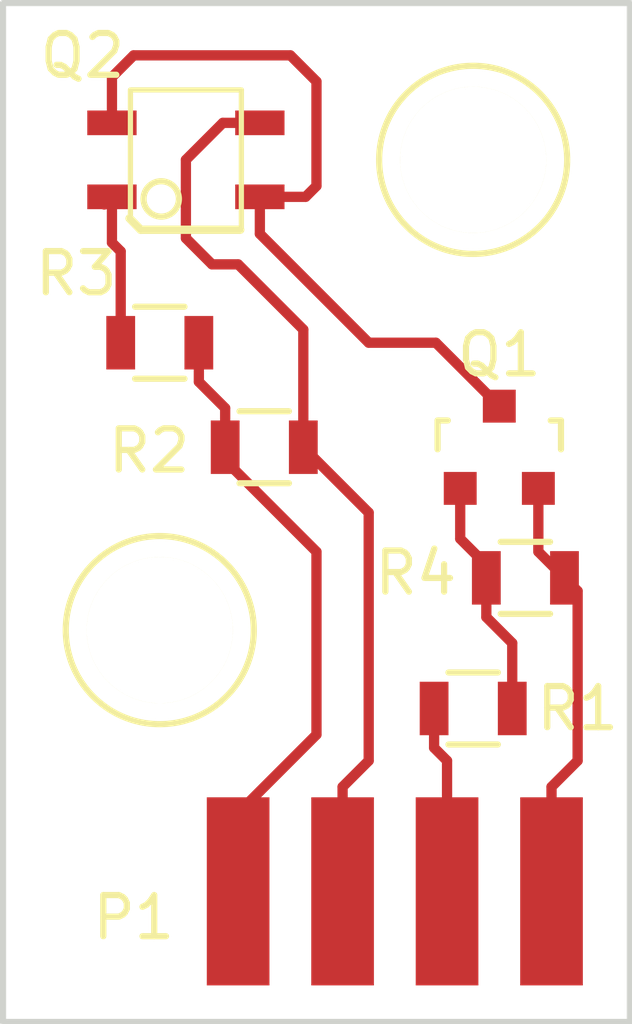
<source format=kicad_pcb>
(kicad_pcb (version 4) (host pcbnew 4.0.1-4.201602090852+6195~38~ubuntu15.04.1-stable)

  (general
    (links 12)
    (no_connects 0)
    (area 139.624999 96.444999 155.015001 121.360001)
    (thickness 1.6)
    (drawings 4)
    (tracks 51)
    (zones 0)
    (modules 9)
    (nets 8)
  )

  (page USLetter)
  (layers
    (0 F.Cu signal)
    (31 B.Cu signal)
    (32 B.Adhes user)
    (33 F.Adhes user)
    (34 B.Paste user)
    (35 F.Paste user)
    (36 B.SilkS user)
    (37 F.SilkS user)
    (38 B.Mask user)
    (39 F.Mask user)
    (40 Dwgs.User user)
    (41 Cmts.User user)
    (42 Eco1.User user)
    (43 Eco2.User user)
    (44 Edge.Cuts user)
    (45 Margin user)
    (46 B.CrtYd user)
    (47 F.CrtYd user)
    (48 B.Fab user)
    (49 F.Fab user)
  )

  (setup
    (last_trace_width 0.25)
    (trace_clearance 0.2)
    (zone_clearance 0.508)
    (zone_45_only no)
    (trace_min 0.2)
    (segment_width 0.2)
    (edge_width 0.15)
    (via_size 0.6)
    (via_drill 0.4)
    (via_min_size 0.4)
    (via_min_drill 0.3)
    (uvia_size 0.3)
    (uvia_drill 0.1)
    (uvias_allowed no)
    (uvia_min_size 0.2)
    (uvia_min_drill 0.1)
    (pcb_text_width 0.3)
    (pcb_text_size 1.5 1.5)
    (mod_edge_width 0.15)
    (mod_text_size 1 1)
    (mod_text_width 0.15)
    (pad_size 3.556 3.556)
    (pad_drill 3.556)
    (pad_to_mask_clearance 0.2)
    (aux_axis_origin 0 0)
    (visible_elements FFFFFF7F)
    (pcbplotparams
      (layerselection 0x010fc_80000001)
      (usegerberextensions true)
      (excludeedgelayer true)
      (linewidth 0.100000)
      (plotframeref false)
      (viasonmask false)
      (mode 1)
      (useauxorigin false)
      (hpglpennumber 1)
      (hpglpenspeed 20)
      (hpglpendiameter 15)
      (hpglpenoverlay 2)
      (psnegative false)
      (psa4output false)
      (plotreference true)
      (plotvalue true)
      (plotinvisibletext false)
      (padsonsilk false)
      (subtractmaskfromsilk false)
      (outputformat 1)
      (mirror false)
      (drillshape 0)
      (scaleselection 1)
      (outputdirectory gerbers/))
  )

  (net 0 "")
  (net 1 +5V)
  (net 2 "Net-(P1-Pad2)")
  (net 3 "Net-(P1-Pad3)")
  (net 4 GND)
  (net 5 "Net-(Q1-Pad1)")
  (net 6 "Net-(Q1-Pad3)")
  (net 7 "Net-(Q2-Pad1)")

  (net_class Default "This is the default net class."
    (clearance 0.2)
    (trace_width 0.25)
    (via_dia 0.6)
    (via_drill 0.4)
    (uvia_dia 0.3)
    (uvia_drill 0.1)
    (add_net +5V)
    (add_net GND)
    (add_net "Net-(P1-Pad2)")
    (add_net "Net-(P1-Pad3)")
    (add_net "Net-(Q1-Pad1)")
    (add_net "Net-(Q1-Pad3)")
    (add_net "Net-(Q2-Pad1)")
  )

  (module Connect:1pin (layer F.Cu) (tedit 56B3E9B3) (tstamp 5698BAC3)
    (at 151.13 100.33)
    (descr "module 1 pin (ou trou mecanique de percage)")
    (tags DEV)
    (fp_text reference REF** (at 0 -3.048) (layer F.SilkS) hide
      (effects (font (size 1 1) (thickness 0.15)))
    )
    (fp_text value 1pin (at 0 2.794) (layer F.Fab) hide
      (effects (font (size 1 1) (thickness 0.15)))
    )
    (fp_circle (center 0 0) (end 0 -2.286) (layer F.SilkS) (width 0.15))
    (pad "" np_thru_hole circle (at 0 0) (size 3.556 3.556) (drill 3.556) (layers *.Cu *.Mask F.SilkS))
  )

  (module TO_SOT_Packages_SMD:SOT-23 (layer F.Cu) (tedit 5690C971) (tstamp 56905CE8)
    (at 151.765 107.315)
    (descr "SOT-23, Standard")
    (tags SOT-23)
    (path /5690602D)
    (attr smd)
    (fp_text reference Q1 (at 0 -2.25) (layer F.SilkS)
      (effects (font (size 1 1) (thickness 0.15)))
    )
    (fp_text value Fairchild_BCV27 (at 0 2.3) (layer F.Fab) hide
      (effects (font (size 1 1) (thickness 0.15)))
    )
    (fp_line (start -1.65 -1.6) (end 1.65 -1.6) (layer F.CrtYd) (width 0.05))
    (fp_line (start 1.65 -1.6) (end 1.65 1.6) (layer F.CrtYd) (width 0.05))
    (fp_line (start 1.65 1.6) (end -1.65 1.6) (layer F.CrtYd) (width 0.05))
    (fp_line (start -1.65 1.6) (end -1.65 -1.6) (layer F.CrtYd) (width 0.05))
    (fp_line (start 1.29916 -0.65024) (end 1.2509 -0.65024) (layer F.SilkS) (width 0.15))
    (fp_line (start -1.49982 0.0508) (end -1.49982 -0.65024) (layer F.SilkS) (width 0.15))
    (fp_line (start -1.49982 -0.65024) (end -1.2509 -0.65024) (layer F.SilkS) (width 0.15))
    (fp_line (start 1.29916 -0.65024) (end 1.49982 -0.65024) (layer F.SilkS) (width 0.15))
    (fp_line (start 1.49982 -0.65024) (end 1.49982 0.0508) (layer F.SilkS) (width 0.15))
    (pad 1 smd rect (at -0.95 1.00076) (size 0.8001 0.8001) (layers F.Cu F.Paste F.Mask)
      (net 5 "Net-(Q1-Pad1)"))
    (pad 2 smd rect (at 0.95 1.00076) (size 0.8001 0.8001) (layers F.Cu F.Paste F.Mask)
      (net 4 GND))
    (pad 3 smd rect (at 0 -0.99822) (size 0.8001 0.8001) (layers F.Cu F.Paste F.Mask)
      (net 6 "Net-(Q1-Pad3)"))
    (model TO_SOT_Packages_SMD.3dshapes/SOT-23.wrl
      (at (xyz 0 0 0))
      (scale (xyz 1 1 1))
      (rotate (xyz 0 0 0))
    )
  )

  (module Connect:1pin (layer F.Cu) (tedit 56B3E8F9) (tstamp 56906886)
    (at 143.51 111.76)
    (descr "module 1 pin (ou trou mecanique de percage)")
    (tags DEV)
    (fp_text reference REF** (at 0 -3.048) (layer F.SilkS) hide
      (effects (font (size 1 1) (thickness 0.15)))
    )
    (fp_text value 1pin (at 0 2.794) (layer F.Fab) hide
      (effects (font (size 1 1) (thickness 0.15)))
    )
    (fp_circle (center 0 0) (end 0 -2.286) (layer F.SilkS) (width 0.15))
    (pad "" np_thru_hole circle (at 0 0) (size 3.556 3.556) (drill 3.556) (layers *.Cu *.Mask F.SilkS))
  )

  (module custom_footprints:SMD_4PAD (layer F.Cu) (tedit 5690C97A) (tstamp 5690BDE7)
    (at 149.225 116.84)
    (path /56904E99)
    (fp_text reference P1 (at -6.35 1.905) (layer F.SilkS)
      (effects (font (size 1 1) (thickness 0.15)))
    )
    (fp_text value CONN_01X04 (at 0 -2.54) (layer F.Fab) hide
      (effects (font (size 1 1) (thickness 0.15)))
    )
    (pad 1 smd rect (at -3.81 1.27) (size 1.524 4.572) (layers F.Cu F.Paste F.Mask)
      (net 1 +5V))
    (pad 2 smd rect (at -1.27 1.27) (size 1.524 4.572) (layers F.Cu F.Paste F.Mask)
      (net 2 "Net-(P1-Pad2)"))
    (pad 3 smd rect (at 1.27 1.27) (size 1.524 4.572) (layers F.Cu F.Paste F.Mask)
      (net 3 "Net-(P1-Pad3)"))
    (pad 4 smd rect (at 3.81 1.27) (size 1.524 4.572) (layers F.Cu F.Paste F.Mask)
      (net 4 GND))
  )

  (module Resistors_SMD:R_0805 (layer F.Cu) (tedit 56982538) (tstamp 56980FA7)
    (at 151.13 113.665 180)
    (descr "Resistor SMD 0805, reflow soldering, Vishay (see dcrcw.pdf)")
    (tags "resistor 0805")
    (path /568B193C)
    (attr smd)
    (fp_text reference R1 (at -2.54 0 180) (layer F.SilkS)
      (effects (font (size 1 1) (thickness 0.15)))
    )
    (fp_text value 10k (at 0 2.1 180) (layer F.Fab)
      (effects (font (size 1 1) (thickness 0.15)))
    )
    (fp_line (start -1.6 -1) (end 1.6 -1) (layer F.CrtYd) (width 0.05))
    (fp_line (start -1.6 1) (end 1.6 1) (layer F.CrtYd) (width 0.05))
    (fp_line (start -1.6 -1) (end -1.6 1) (layer F.CrtYd) (width 0.05))
    (fp_line (start 1.6 -1) (end 1.6 1) (layer F.CrtYd) (width 0.05))
    (fp_line (start 0.6 0.875) (end -0.6 0.875) (layer F.SilkS) (width 0.15))
    (fp_line (start -0.6 -0.875) (end 0.6 -0.875) (layer F.SilkS) (width 0.15))
    (pad 1 smd rect (at -0.95 0 180) (size 0.7 1.3) (layers F.Cu F.Paste F.Mask)
      (net 5 "Net-(Q1-Pad1)"))
    (pad 2 smd rect (at 0.95 0 180) (size 0.7 1.3) (layers F.Cu F.Paste F.Mask)
      (net 3 "Net-(P1-Pad3)"))
    (model Resistors_SMD.3dshapes/R_0805.wrl
      (at (xyz 0 0 0))
      (scale (xyz 1 1 1))
      (rotate (xyz 0 0 0))
    )
  )

  (module Resistors_SMD:R_0805 (layer F.Cu) (tedit 56C52886) (tstamp 56980FAC)
    (at 146.05 107.315)
    (descr "Resistor SMD 0805, reflow soldering, Vishay (see dcrcw.pdf)")
    (tags "resistor 0805")
    (path /568B1AAF)
    (attr smd)
    (fp_text reference R2 (at -2.79908 0.08636) (layer F.SilkS)
      (effects (font (size 1 1) (thickness 0.15)))
    )
    (fp_text value 10k (at 0 2.1) (layer F.Fab)
      (effects (font (size 1 1) (thickness 0.15)))
    )
    (fp_line (start -1.6 -1) (end 1.6 -1) (layer F.CrtYd) (width 0.05))
    (fp_line (start -1.6 1) (end 1.6 1) (layer F.CrtYd) (width 0.05))
    (fp_line (start -1.6 -1) (end -1.6 1) (layer F.CrtYd) (width 0.05))
    (fp_line (start 1.6 -1) (end 1.6 1) (layer F.CrtYd) (width 0.05))
    (fp_line (start 0.6 0.875) (end -0.6 0.875) (layer F.SilkS) (width 0.15))
    (fp_line (start -0.6 -0.875) (end 0.6 -0.875) (layer F.SilkS) (width 0.15))
    (pad 1 smd rect (at -0.95 0) (size 0.7 1.3) (layers F.Cu F.Paste F.Mask)
      (net 1 +5V))
    (pad 2 smd rect (at 0.95 0) (size 0.7 1.3) (layers F.Cu F.Paste F.Mask)
      (net 2 "Net-(P1-Pad2)"))
    (model Resistors_SMD.3dshapes/R_0805.wrl
      (at (xyz 0 0 0))
      (scale (xyz 1 1 1))
      (rotate (xyz 0 0 0))
    )
  )

  (module Resistors_SMD:R_0805 (layer F.Cu) (tedit 56C52873) (tstamp 56980FB1)
    (at 143.51 104.775 180)
    (descr "Resistor SMD 0805, reflow soldering, Vishay (see dcrcw.pdf)")
    (tags "resistor 0805")
    (path /568B1B04)
    (attr smd)
    (fp_text reference R3 (at 2.032 1.68148 180) (layer F.SilkS)
      (effects (font (size 1 1) (thickness 0.15)))
    )
    (fp_text value 100 (at 0 2.1 180) (layer F.Fab)
      (effects (font (size 1 1) (thickness 0.15)))
    )
    (fp_line (start -1.6 -1) (end 1.6 -1) (layer F.CrtYd) (width 0.05))
    (fp_line (start -1.6 1) (end 1.6 1) (layer F.CrtYd) (width 0.05))
    (fp_line (start -1.6 -1) (end -1.6 1) (layer F.CrtYd) (width 0.05))
    (fp_line (start 1.6 -1) (end 1.6 1) (layer F.CrtYd) (width 0.05))
    (fp_line (start 0.6 0.875) (end -0.6 0.875) (layer F.SilkS) (width 0.15))
    (fp_line (start -0.6 -0.875) (end 0.6 -0.875) (layer F.SilkS) (width 0.15))
    (pad 1 smd rect (at -0.95 0 180) (size 0.7 1.3) (layers F.Cu F.Paste F.Mask)
      (net 1 +5V))
    (pad 2 smd rect (at 0.95 0 180) (size 0.7 1.3) (layers F.Cu F.Paste F.Mask)
      (net 7 "Net-(Q2-Pad1)"))
    (model Resistors_SMD.3dshapes/R_0805.wrl
      (at (xyz 0 0 0))
      (scale (xyz 1 1 1))
      (rotate (xyz 0 0 0))
    )
  )

  (module Resistors_SMD:R_0805 (layer F.Cu) (tedit 56C52897) (tstamp 569824F3)
    (at 152.4 110.49)
    (descr "Resistor SMD 0805, reflow soldering, Vishay (see dcrcw.pdf)")
    (tags "resistor 0805")
    (path /569823B3)
    (attr smd)
    (fp_text reference R4 (at -2.667 -0.11938) (layer F.SilkS)
      (effects (font (size 1 1) (thickness 0.15)))
    )
    (fp_text value 100k (at 0 2.1) (layer F.Fab)
      (effects (font (size 1 1) (thickness 0.15)))
    )
    (fp_line (start -1.6 -1) (end 1.6 -1) (layer F.CrtYd) (width 0.05))
    (fp_line (start -1.6 1) (end 1.6 1) (layer F.CrtYd) (width 0.05))
    (fp_line (start -1.6 -1) (end -1.6 1) (layer F.CrtYd) (width 0.05))
    (fp_line (start 1.6 -1) (end 1.6 1) (layer F.CrtYd) (width 0.05))
    (fp_line (start 0.6 0.875) (end -0.6 0.875) (layer F.SilkS) (width 0.15))
    (fp_line (start -0.6 -0.875) (end 0.6 -0.875) (layer F.SilkS) (width 0.15))
    (pad 1 smd rect (at -0.95 0) (size 0.7 1.3) (layers F.Cu F.Paste F.Mask)
      (net 5 "Net-(Q1-Pad1)"))
    (pad 2 smd rect (at 0.95 0) (size 0.7 1.3) (layers F.Cu F.Paste F.Mask)
      (net 4 GND))
    (model Resistors_SMD.3dshapes/R_0805.wrl
      (at (xyz 0 0 0))
      (scale (xyz 1 1 1))
      (rotate (xyz 0 0 0))
    )
  )

  (module custom_footprints:SparkFun-QRE1113 (layer F.Cu) (tedit 56C52C4D) (tstamp 56C52C38)
    (at 144.145 100.33)
    (path /568B1DC5)
    (attr smd)
    (fp_text reference Q2 (at -2.5146 -2.52984) (layer F.SilkS)
      (effects (font (size 1.016 1.016) (thickness 0.15)))
    )
    (fp_text value QRE1113 (at 0 0) (layer F.SilkS) hide
      (effects (font (thickness 0.15)))
    )
    (fp_circle (center -0.6 0.95) (end -0.25 0.7) (layer F.SilkS) (width 0.15))
    (fp_line (start 1.34874 -1.69926) (end -1.34874 -1.69926) (layer F.SilkS) (width 0.127))
    (fp_line (start -1.34874 -1.6764) (end -1.34874 1.397) (layer F.SilkS) (width 0.127))
    (fp_line (start 1.34874 1.69926) (end 1.34874 -1.69926) (layer F.SilkS) (width 0.127))
    (fp_line (start -1.36906 1.4224) (end -1.09982 1.69926) (layer F.SilkS) (width 0.2032))
    (fp_line (start -1.09982 1.69926) (end 1.3208 1.69926) (layer F.SilkS) (width 0.2032))
    (pad 1 smd rect (at -1.79832 0.89916) (size 1.19888 0.59944) (layers F.Cu F.Paste F.Mask)
      (net 7 "Net-(Q2-Pad1)"))
    (pad 2 smd rect (at 1.79832 0.89916) (size 1.19888 0.59944) (layers F.Cu F.Paste F.Mask)
      (net 6 "Net-(Q1-Pad3)"))
    (pad 3 smd rect (at 1.79832 -0.89916) (size 1.19888 0.59944) (layers F.Cu F.Paste F.Mask)
      (net 2 "Net-(P1-Pad2)"))
    (pad 4 smd rect (at -1.79832 -0.89916) (size 1.19888 0.59944) (layers F.Cu F.Paste F.Mask)
      (net 6 "Net-(Q1-Pad3)"))
  )

  (gr_line (start 139.7 96.52) (end 139.7 121.285) (angle 90) (layer Edge.Cuts) (width 0.15))
  (gr_line (start 154.94 96.52) (end 139.7 96.52) (angle 90) (layer Edge.Cuts) (width 0.15))
  (gr_line (start 154.94 121.285) (end 154.94 96.52) (angle 90) (layer Edge.Cuts) (width 0.15))
  (gr_line (start 139.7 121.285) (end 154.94 121.285) (angle 90) (layer Edge.Cuts) (width 0.15))

  (segment (start 145.1 107.315) (end 145.1 106.365) (width 0.25) (layer F.Cu) (net 1))
  (segment (start 144.46 105.725) (end 144.46 104.775) (width 0.25) (layer F.Cu) (net 1) (tstamp 56981080))
  (segment (start 145.1 106.365) (end 144.46 105.725) (width 0.25) (layer F.Cu) (net 1) (tstamp 5698107D))
  (segment (start 145.415 118.11) (end 145.415 116.205) (width 0.25) (layer F.Cu) (net 1))
  (segment (start 145.415 116.205) (end 147.32 114.3) (width 0.25) (layer F.Cu) (net 1) (tstamp 56981070))
  (segment (start 147.32 114.3) (end 147.32 109.855) (width 0.25) (layer F.Cu) (net 1) (tstamp 56981075))
  (segment (start 147.32 109.855) (end 145.1 107.635) (width 0.25) (layer F.Cu) (net 1) (tstamp 56981077))
  (segment (start 145.1 107.635) (end 145.1 107.315) (width 0.25) (layer F.Cu) (net 1) (tstamp 5698107A))
  (segment (start 145.3 107.315) (end 145.3 107.2) (width 0.25) (layer F.Cu) (net 1))
  (segment (start 147 107.315) (end 147 104.455) (width 0.25) (layer F.Cu) (net 2))
  (segment (start 145.04416 99.43084) (end 145.94332 99.43084) (width 0.25) (layer F.Cu) (net 2) (tstamp 569810B9))
  (segment (start 144.145 100.33) (end 145.04416 99.43084) (width 0.25) (layer F.Cu) (net 2) (tstamp 569810B8))
  (segment (start 144.145 102.235) (end 144.145 100.33) (width 0.25) (layer F.Cu) (net 2) (tstamp 569810B4))
  (segment (start 144.78 102.87) (end 144.145 102.235) (width 0.25) (layer F.Cu) (net 2) (tstamp 569810AB))
  (segment (start 145.415 102.87) (end 144.78 102.87) (width 0.25) (layer F.Cu) (net 2) (tstamp 569810AA))
  (segment (start 147 104.455) (end 145.415 102.87) (width 0.25) (layer F.Cu) (net 2) (tstamp 569810A4))
  (segment (start 147.955 118.11) (end 147.955 115.57) (width 0.25) (layer F.Cu) (net 2))
  (segment (start 148.59 108.905) (end 147 107.315) (width 0.25) (layer F.Cu) (net 2) (tstamp 5698106A))
  (segment (start 148.59 114.935) (end 148.59 108.905) (width 0.25) (layer F.Cu) (net 2) (tstamp 56981067))
  (segment (start 147.955 115.57) (end 148.59 114.935) (width 0.25) (layer F.Cu) (net 2) (tstamp 5698105C))
  (segment (start 150.495 118.11) (end 150.495 114.935) (width 0.25) (layer F.Cu) (net 3))
  (segment (start 150.18 114.62) (end 150.18 113.665) (width 0.25) (layer F.Cu) (net 3) (tstamp 56981048))
  (segment (start 150.495 114.935) (end 150.18 114.62) (width 0.25) (layer F.Cu) (net 3) (tstamp 56981043))
  (segment (start 152.715 108.31576) (end 152.715 109.855) (width 0.25) (layer F.Cu) (net 4))
  (segment (start 152.715 109.855) (end 153.35 110.49) (width 0.25) (layer F.Cu) (net 4) (tstamp 5698255A))
  (segment (start 153.035 118.11) (end 153.035 115.57) (width 0.25) (layer F.Cu) (net 4))
  (segment (start 153.67 114.935) (end 153.67 110.81) (width 0.25) (layer F.Cu) (net 4) (tstamp 5698254E))
  (segment (start 153.035 115.57) (end 153.67 114.935) (width 0.25) (layer F.Cu) (net 4) (tstamp 5698254C))
  (segment (start 153.67 110.81) (end 153.35 110.49) (width 0.25) (layer F.Cu) (net 4) (tstamp 56982556))
  (segment (start 153.035 118.11) (end 153.035 116.205) (width 0.25) (layer F.Cu) (net 4))
  (segment (start 151.45 110.49) (end 151.45 110.175) (width 0.25) (layer F.Cu) (net 5))
  (segment (start 151.45 110.175) (end 150.815 109.54) (width 0.25) (layer F.Cu) (net 5) (tstamp 56982566))
  (segment (start 150.815 109.54) (end 150.815 108.31576) (width 0.25) (layer F.Cu) (net 5) (tstamp 56982569))
  (segment (start 152.08 113.665) (end 152.08 112.075) (width 0.25) (layer F.Cu) (net 5))
  (segment (start 151.45 111.445) (end 151.45 110.49) (width 0.25) (layer F.Cu) (net 5) (tstamp 56982563))
  (segment (start 152.08 112.075) (end 151.45 111.445) (width 0.25) (layer F.Cu) (net 5) (tstamp 5698255F))
  (segment (start 145.94332 101.22916) (end 145.94332 102.12832) (width 0.25) (layer F.Cu) (net 6))
  (segment (start 150.22322 104.775) (end 151.765 106.31678) (width 0.25) (layer F.Cu) (net 6) (tstamp 5698258A))
  (segment (start 148.59 104.775) (end 150.22322 104.775) (width 0.25) (layer F.Cu) (net 6) (tstamp 56982586))
  (segment (start 145.94332 102.12832) (end 148.59 104.775) (width 0.25) (layer F.Cu) (net 6) (tstamp 56982582))
  (segment (start 142.34668 99.43084) (end 142.34668 98.31832) (width 0.25) (layer F.Cu) (net 6))
  (segment (start 147.05584 101.22916) (end 145.94332 101.22916) (width 0.25) (layer F.Cu) (net 6) (tstamp 5690C7E4))
  (segment (start 147.32 100.965) (end 147.05584 101.22916) (width 0.25) (layer F.Cu) (net 6) (tstamp 5690C7E0))
  (segment (start 147.32 98.425) (end 147.32 100.965) (width 0.25) (layer F.Cu) (net 6) (tstamp 5690C7DD))
  (segment (start 146.685 97.79) (end 147.32 98.425) (width 0.25) (layer F.Cu) (net 6) (tstamp 5690C7DB))
  (segment (start 142.875 97.79) (end 146.685 97.79) (width 0.25) (layer F.Cu) (net 6) (tstamp 5690C7D7))
  (segment (start 142.34668 98.31832) (end 142.875 97.79) (width 0.25) (layer F.Cu) (net 6) (tstamp 5690C7D4))
  (segment (start 142.56 104.775) (end 142.56 102.555) (width 0.25) (layer F.Cu) (net 7))
  (segment (start 142.34668 102.34168) (end 142.34668 101.22916) (width 0.25) (layer F.Cu) (net 7) (tstamp 56981086))
  (segment (start 142.56 102.555) (end 142.34668 102.34168) (width 0.25) (layer F.Cu) (net 7) (tstamp 56981084))
  (segment (start 142.16 101.41584) (end 142.34668 101.22916) (width 0.25) (layer F.Cu) (net 7) (tstamp 56980E87))

)

</source>
